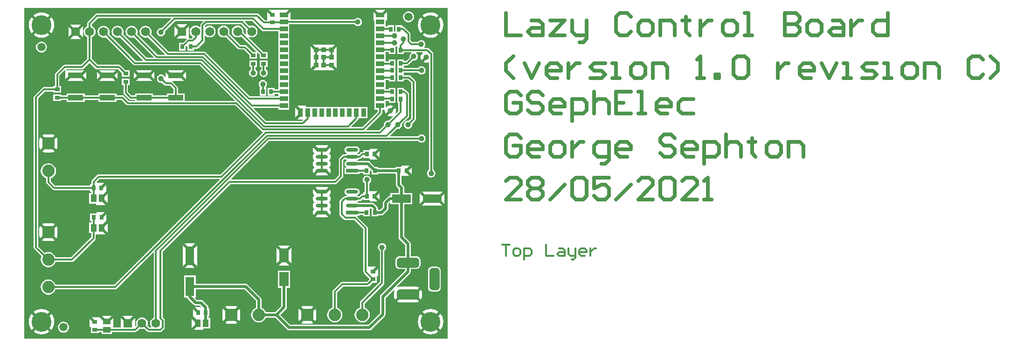
<source format=gtl>
G04 Layer_Physical_Order=1*
G04 Layer_Color=255*
%FSLAX42Y42*%
%MOMM*%
G71*
G01*
G75*
%ADD10C,1.50*%
%ADD11R,0.70X0.90*%
%ADD12O,2.20X0.70*%
%ADD13R,2.20X0.70*%
%ADD14R,2.75X1.00*%
%ADD15R,0.90X0.70*%
%ADD16R,1.75X2.65*%
%ADD17R,0.80X0.90*%
%ADD18R,1.10X1.40*%
%ADD19R,0.90X0.80*%
%ADD20R,1.40X1.10*%
%ADD21R,1.60X3.50*%
%ADD22R,3.50X1.60*%
%ADD23R,0.90X0.90*%
%ADD24R,1.50X0.90*%
%ADD25R,0.90X1.50*%
%ADD26R,0.90X0.90*%
%ADD27C,0.30*%
%ADD28C,0.50*%
%ADD29C,0.20*%
%ADD30C,0.70*%
%ADD31C,3.60*%
%ADD32C,1.65*%
%ADD33R,1.65X1.65*%
%ADD34C,2.25*%
G04:AMPARAMS|DCode=35|XSize=2.25mm|YSize=2.25mm|CornerRadius=0.56mm|HoleSize=0mm|Usage=FLASHONLY|Rotation=270.000|XOffset=0mm|YOffset=0mm|HoleType=Round|Shape=RoundedRectangle|*
%AMROUNDEDRECTD35*
21,1,2.25,1.13,0,0,270.0*
21,1,1.13,2.25,0,0,270.0*
1,1,1.13,-0.56,-0.56*
1,1,1.13,-0.56,0.56*
1,1,1.13,0.56,0.56*
1,1,1.13,0.56,-0.56*
%
%ADD35ROUNDEDRECTD35*%
%ADD36C,1.60*%
%ADD37R,1.60X1.60*%
G04:AMPARAMS|DCode=38|XSize=2.25mm|YSize=2.25mm|CornerRadius=0.56mm|HoleSize=0mm|Usage=FLASHONLY|Rotation=0.000|XOffset=0mm|YOffset=0mm|HoleType=Round|Shape=RoundedRectangle|*
%AMROUNDEDRECTD38*
21,1,2.25,1.13,0,0,0.0*
21,1,1.13,2.25,0,0,0.0*
1,1,1.13,0.56,-0.56*
1,1,1.13,-0.56,-0.56*
1,1,1.13,-0.56,0.56*
1,1,1.13,0.56,0.56*
%
%ADD38ROUNDEDRECTD38*%
G04:AMPARAMS|DCode=39|XSize=4mm|YSize=1.8mm|CornerRadius=0.45mm|HoleSize=0mm|Usage=FLASHONLY|Rotation=180.000|XOffset=0mm|YOffset=0mm|HoleType=Round|Shape=RoundedRectangle|*
%AMROUNDEDRECTD39*
21,1,4.00,0.90,0,0,180.0*
21,1,3.10,1.80,0,0,180.0*
1,1,0.90,-1.55,0.45*
1,1,0.90,1.55,0.45*
1,1,0.90,1.55,-0.45*
1,1,0.90,-1.55,-0.45*
%
%ADD39ROUNDEDRECTD39*%
G04:AMPARAMS|DCode=40|XSize=4mm|YSize=1.8mm|CornerRadius=0.45mm|HoleSize=0mm|Usage=FLASHONLY|Rotation=270.000|XOffset=0mm|YOffset=0mm|HoleType=Round|Shape=RoundedRectangle|*
%AMROUNDEDRECTD40*
21,1,4.00,0.90,0,0,270.0*
21,1,3.10,1.80,0,0,270.0*
1,1,0.90,-0.45,-1.55*
1,1,0.90,-0.45,1.55*
1,1,0.90,0.45,1.55*
1,1,0.90,0.45,-1.55*
%
%ADD40ROUNDEDRECTD40*%
%ADD41C,1.00*%
G36*
X7665Y0D02*
X0D01*
Y6000D01*
X7665D01*
Y0D01*
D02*
G37*
%LPC*%
G36*
X4705Y1425D02*
X4603Y1323D01*
X4807D01*
X4705Y1425D01*
D02*
G37*
G36*
X2865Y1690D02*
Y1310D01*
X2977Y1423D01*
X2995Y1405D01*
X3013Y1423D01*
X3125Y1310D01*
Y1690D01*
X3013Y1577D01*
X2995Y1595D01*
X2977Y1577D01*
X2865Y1690D01*
D02*
G37*
G36*
X4807Y1688D02*
X4603D01*
X4705Y1585D01*
X4807Y1688D01*
D02*
G37*
G36*
X4567Y1652D02*
Y1358D01*
X4687Y1478D01*
X4705Y1460D01*
X4723Y1478D01*
X4842Y1358D01*
Y1652D01*
X4723Y1532D01*
X4705Y1550D01*
X4687Y1532D01*
X4567Y1652D01*
D02*
G37*
G36*
X2995Y1370D02*
X2900Y1275D01*
X3090D01*
X2995Y1370D01*
D02*
G37*
G36*
X5181Y588D02*
X5069D01*
X5041Y585D01*
X5015Y574D01*
X5013Y572D01*
X5125Y460D01*
X5237Y572D01*
X5235Y574D01*
X5209Y585D01*
X5181Y588D01*
D02*
G37*
G36*
X3801Y588D02*
X3689D01*
X3661Y585D01*
X3635Y574D01*
X3633Y572D01*
X3745Y460D01*
X3857Y572D01*
X3855Y574D01*
X3829Y585D01*
X3801Y588D01*
D02*
G37*
G36*
X7480Y1301D02*
X7390D01*
X7372Y1298D01*
X7355Y1291D01*
X7340Y1280D01*
X7329Y1265D01*
X7322Y1248D01*
X7319Y1230D01*
Y920D01*
X7322Y902D01*
X7329Y885D01*
X7340Y870D01*
X7355Y859D01*
X7372Y852D01*
X7390Y849D01*
X7480D01*
X7498Y852D01*
X7515Y859D01*
X7530Y870D01*
X7541Y885D01*
X7548Y902D01*
X7551Y920D01*
Y1230D01*
X7548Y1248D01*
X7541Y1265D01*
X7530Y1280D01*
X7515Y1291D01*
X7498Y1298D01*
X7480Y1301D01*
D02*
G37*
G36*
X7193Y888D02*
X7100Y795D01*
X7193Y702D01*
X7203Y725D01*
X7206Y750D01*
Y840D01*
X7203Y865D01*
X7193Y888D01*
D02*
G37*
G36*
X7585Y2670D02*
X7205D01*
X7318Y2558D01*
X7300Y2540D01*
X7318Y2522D01*
X7205Y2410D01*
X7585D01*
X7472Y2522D01*
X7490Y2540D01*
X7472Y2558D01*
X7585Y2670D01*
D02*
G37*
G36*
X481Y2093D02*
X369D01*
X341Y2090D01*
X315Y2079D01*
X313Y2077D01*
X425Y1965D01*
X537Y2077D01*
X535Y2079D01*
X509Y2090D01*
X481Y2093D01*
D02*
G37*
G36*
X7170Y2635D02*
Y2445D01*
X7265Y2540D01*
X7170Y2635D01*
D02*
G37*
G36*
X7620Y2635D02*
X7525Y2540D01*
X7620Y2445D01*
Y2635D01*
D02*
G37*
G36*
X1500Y2095D02*
X1415Y2010D01*
X1500Y1925D01*
Y2095D01*
D02*
G37*
G36*
X425Y1895D02*
X313Y1783D01*
X315Y1781D01*
X341Y1770D01*
X369Y1767D01*
X481D01*
X509Y1770D01*
X535Y1781D01*
X537Y1783D01*
X425Y1895D01*
D02*
G37*
G36*
X3090Y1725D02*
X2900D01*
X2995Y1630D01*
X3090Y1725D01*
D02*
G37*
G36*
X278Y2042D02*
X276Y2040D01*
X265Y2014D01*
X262Y1986D01*
Y1874D01*
X265Y1846D01*
X276Y1820D01*
X278Y1818D01*
X390Y1930D01*
X278Y2042D01*
D02*
G37*
G36*
X572Y2042D02*
X460Y1930D01*
X572Y1818D01*
X574Y1820D01*
X585Y1846D01*
X588Y1874D01*
Y1986D01*
X585Y2014D01*
X574Y2040D01*
X572Y2042D01*
D02*
G37*
G36*
X300Y531D02*
X255Y527D01*
X212Y514D01*
X172Y492D01*
X156Y479D01*
X300Y335D01*
X444Y479D01*
X428Y492D01*
X388Y514D01*
X345Y527D01*
X300Y531D01*
D02*
G37*
G36*
X121Y444D02*
X108Y428D01*
X86Y388D01*
X73Y345D01*
X69Y300D01*
X73Y255D01*
X86Y212D01*
X108Y172D01*
X121Y156D01*
X265Y300D01*
X121Y444D01*
D02*
G37*
G36*
X7186Y444D02*
X7173Y428D01*
X7151Y388D01*
X7138Y345D01*
X7134Y300D01*
X7138Y255D01*
X7151Y212D01*
X7173Y172D01*
X7186Y156D01*
X7330Y300D01*
X7186Y444D01*
D02*
G37*
G36*
X3745Y390D02*
X3633Y278D01*
X3635Y276D01*
X3661Y265D01*
X3689Y262D01*
X3801D01*
X3829Y265D01*
X3855Y276D01*
X3857Y278D01*
X3745Y390D01*
D02*
G37*
G36*
X3030Y360D02*
Y190D01*
X3115Y275D01*
X3030Y360D01*
D02*
G37*
G36*
X479Y444D02*
X335Y300D01*
X479Y156D01*
X492Y172D01*
X514Y212D01*
X527Y255D01*
X531Y300D01*
X527Y345D01*
X514Y388D01*
X492Y428D01*
X479Y444D01*
D02*
G37*
G36*
X7365Y265D02*
X7221Y121D01*
X7237Y108D01*
X7277Y86D01*
X7320Y73D01*
X7365Y69D01*
X7410Y73D01*
X7453Y86D01*
X7493Y108D01*
X7509Y121D01*
X7365Y265D01*
D02*
G37*
G36*
X300Y265D02*
X156Y121D01*
X172Y108D01*
X212Y86D01*
X255Y73D01*
X300Y69D01*
X345Y73D01*
X388Y86D01*
X428Y108D01*
X444Y121D01*
X300Y265D01*
D02*
G37*
G36*
X7544Y444D02*
X7400Y300D01*
X7544Y156D01*
X7557Y172D01*
X7579Y212D01*
X7592Y255D01*
X7596Y300D01*
X7592Y345D01*
X7579Y388D01*
X7557Y428D01*
X7544Y444D01*
D02*
G37*
G36*
X700Y301D02*
X674Y297D01*
X650Y287D01*
X629Y271D01*
X613Y250D01*
X603Y226D01*
X599Y200D01*
X603Y174D01*
X613Y150D01*
X629Y129D01*
X650Y113D01*
X674Y103D01*
X700Y99D01*
X726Y103D01*
X750Y113D01*
X771Y129D01*
X787Y150D01*
X797Y174D01*
X801Y200D01*
X797Y226D01*
X787Y250D01*
X771Y271D01*
X750Y287D01*
X726Y297D01*
X700Y301D01*
D02*
G37*
G36*
X5272Y537D02*
X5160Y425D01*
X5272Y313D01*
X5274Y315D01*
X5285Y341D01*
X5288Y369D01*
Y481D01*
X5285Y509D01*
X5274Y535D01*
X5272Y537D01*
D02*
G37*
G36*
X4978Y537D02*
X4976Y535D01*
X4965Y509D01*
X4962Y481D01*
Y369D01*
X4965Y341D01*
X4976Y315D01*
X4978Y313D01*
X5090Y425D01*
X4978Y537D01*
D02*
G37*
G36*
X7365Y531D02*
X7320Y527D01*
X7277Y514D01*
X7237Y492D01*
X7221Y479D01*
X7365Y335D01*
X7509Y479D01*
X7493Y492D01*
X7453Y514D01*
X7410Y527D01*
X7365Y531D01*
D02*
G37*
G36*
X1570Y410D02*
X1400D01*
X1485Y325D01*
X1570Y410D01*
D02*
G37*
G36*
X3892Y537D02*
X3780Y425D01*
X3892Y313D01*
X3894Y315D01*
X3905Y341D01*
X3908Y369D01*
Y481D01*
X3905Y509D01*
X3894Y535D01*
X3892Y537D01*
D02*
G37*
G36*
X6485Y1731D02*
X6465Y1728D01*
X6447Y1721D01*
X6432Y1708D01*
X6419Y1693D01*
X6412Y1675D01*
X6409Y1655D01*
X6412Y1635D01*
X6419Y1617D01*
X6432Y1602D01*
X6444Y1592D01*
Y1022D01*
X6096Y674D01*
X6087Y661D01*
X6084Y645D01*
X6084Y645D01*
Y557D01*
X6056Y545D01*
X6027Y523D01*
X6005Y494D01*
X5991Y461D01*
X5986Y425D01*
X5991Y389D01*
X6005Y356D01*
X6027Y327D01*
X6056Y305D01*
X6089Y291D01*
X6125Y286D01*
X6161Y291D01*
X6194Y305D01*
X6223Y327D01*
X6245Y356D01*
X6259Y389D01*
X6264Y425D01*
X6259Y461D01*
X6245Y494D01*
X6223Y523D01*
X6194Y545D01*
X6166Y557D01*
Y628D01*
X6514Y976D01*
X6514Y976D01*
X6523Y989D01*
X6526Y1005D01*
Y1592D01*
X6538Y1602D01*
X6551Y1617D01*
X6558Y1635D01*
X6561Y1655D01*
X6558Y1675D01*
X6551Y1693D01*
X6538Y1708D01*
X6523Y1721D01*
X6505Y1728D01*
X6485Y1731D01*
D02*
G37*
G36*
X5125Y390D02*
X5013Y278D01*
X5015Y276D01*
X5041Y265D01*
X5069Y262D01*
X5181D01*
X5209Y265D01*
X5235Y276D01*
X5237Y278D01*
X5125Y390D01*
D02*
G37*
G36*
X3598Y537D02*
X3596Y535D01*
X3585Y509D01*
X3582Y481D01*
Y369D01*
X3585Y341D01*
X3596Y315D01*
X3598Y313D01*
X3710Y425D01*
X3598Y537D01*
D02*
G37*
G36*
X1966Y405D02*
X1776D01*
X1871Y310D01*
X1966Y405D01*
D02*
G37*
G36*
X1500Y2630D02*
X1415Y2545D01*
X1500Y2460D01*
Y2630D01*
D02*
G37*
G36*
X1052Y5675D02*
X955Y5578D01*
X1052Y5481D01*
Y5675D01*
D02*
G37*
G36*
X7365Y5665D02*
X7221Y5521D01*
X7237Y5508D01*
X7277Y5486D01*
X7320Y5473D01*
X7365Y5469D01*
X7410Y5473D01*
X7453Y5486D01*
X7493Y5508D01*
X7509Y5521D01*
X7365Y5665D01*
D02*
G37*
G36*
X2712Y5680D02*
Y5486D01*
X2810Y5583D01*
X2712Y5680D01*
D02*
G37*
G36*
X788Y5675D02*
Y5481D01*
X885Y5578D01*
X788Y5675D01*
D02*
G37*
G36*
X300Y5665D02*
X156Y5521D01*
X172Y5508D01*
X212Y5486D01*
X255Y5473D01*
X300Y5469D01*
X345Y5473D01*
X388Y5486D01*
X428Y5508D01*
X444Y5521D01*
X300Y5665D01*
D02*
G37*
G36*
X300Y5401D02*
X274Y5397D01*
X250Y5387D01*
X229Y5371D01*
X213Y5350D01*
X203Y5326D01*
X199Y5300D01*
X203Y5274D01*
X213Y5250D01*
X229Y5229D01*
X250Y5213D01*
X274Y5203D01*
X300Y5199D01*
X326Y5203D01*
X350Y5213D01*
X371Y5229D01*
X387Y5250D01*
X397Y5274D01*
X401Y5300D01*
X397Y5326D01*
X387Y5350D01*
X371Y5371D01*
X350Y5387D01*
X326Y5397D01*
X300Y5401D01*
D02*
G37*
G36*
X4405Y5055D02*
X4265D01*
Y4935D01*
X4294D01*
Y4893D01*
X4282Y4883D01*
X4269Y4868D01*
X4262Y4850D01*
X4259Y4830D01*
X4262Y4810D01*
X4269Y4792D01*
X4282Y4777D01*
X4297Y4764D01*
X4315Y4757D01*
X4335Y4754D01*
X4355Y4757D01*
X4373Y4764D01*
X4388Y4777D01*
X4401Y4792D01*
X4408Y4810D01*
X4411Y4830D01*
X4408Y4850D01*
X4401Y4868D01*
X4388Y4883D01*
X4376Y4893D01*
Y4935D01*
X4405D01*
Y5055D01*
D02*
G37*
G36*
X920Y5543D02*
X823Y5446D01*
X1017D01*
X920Y5543D01*
D02*
G37*
G36*
X5625Y5345D02*
X5225D01*
X5303Y5268D01*
X5267Y5232D01*
X5190Y5310D01*
Y5155D01*
Y5015D01*
Y4910D01*
X5267Y4988D01*
X5303Y4952D01*
X5225Y4875D01*
X5625D01*
X5547Y4952D01*
X5583Y4988D01*
X5660Y4910D01*
Y5015D01*
Y5155D01*
Y5310D01*
X5583Y5232D01*
X5547Y5268D01*
X5625Y5345D01*
D02*
G37*
G36*
X479Y5844D02*
X335Y5700D01*
X479Y5556D01*
X492Y5572D01*
X514Y5612D01*
X527Y5655D01*
X531Y5700D01*
X527Y5745D01*
X514Y5788D01*
X492Y5828D01*
X479Y5844D01*
D02*
G37*
G36*
X7365Y5931D02*
X7320Y5927D01*
X7277Y5914D01*
X7237Y5892D01*
X7221Y5879D01*
X7365Y5735D01*
X7509Y5879D01*
X7493Y5892D01*
X7453Y5914D01*
X7410Y5927D01*
X7365Y5931D01*
D02*
G37*
G36*
X300D02*
X255Y5927D01*
X212Y5914D01*
X172Y5892D01*
X156Y5879D01*
X300Y5735D01*
X444Y5879D01*
X428Y5892D01*
X388Y5914D01*
X345Y5927D01*
X300Y5931D01*
D02*
G37*
G36*
X6540Y5977D02*
X6360D01*
X6438Y5900D01*
X6402Y5864D01*
X6325Y5942D01*
Y5787D01*
X6350D01*
Y5685D01*
Y5558D01*
Y5431D01*
Y5304D01*
Y5177D01*
Y5050D01*
Y4923D01*
Y4796D01*
Y4669D01*
Y4542D01*
Y4415D01*
Y4288D01*
Y4161D01*
X6409D01*
Y4127D01*
X6123Y3841D01*
X5930D01*
X5925Y3853D01*
X6048Y3976D01*
X6048Y3976D01*
X6057Y3989D01*
X6060Y4004D01*
Y4006D01*
X6217D01*
Y4206D01*
X5099D01*
Y4231D01*
X4944D01*
X5021Y4154D01*
X4986Y4118D01*
X4908Y4196D01*
Y4016D01*
X4986Y4094D01*
X5021Y4058D01*
X4944Y3981D01*
X5042D01*
X5047Y3969D01*
X5028Y3951D01*
X4381D01*
X4154Y4178D01*
X4158Y4190D01*
X4600D01*
Y4161D01*
X4800D01*
Y4288D01*
Y4415D01*
Y4542D01*
Y4669D01*
Y4796D01*
Y4923D01*
Y5050D01*
Y5177D01*
Y5304D01*
Y5431D01*
Y5558D01*
Y5714D01*
X5982D01*
X5992Y5702D01*
X6007Y5689D01*
X6025Y5682D01*
X6045Y5679D01*
X6065Y5682D01*
X6083Y5689D01*
X6098Y5702D01*
X6111Y5717D01*
X6118Y5735D01*
X6121Y5755D01*
X6118Y5775D01*
X6111Y5793D01*
X6098Y5808D01*
X6083Y5821D01*
X6065Y5828D01*
X6045Y5831D01*
X6025Y5828D01*
X6007Y5821D01*
X5992Y5808D01*
X5982Y5796D01*
X4825D01*
Y5942D01*
X4748Y5864D01*
X4712Y5900D01*
X4790Y5977D01*
X4575D01*
Y5975D01*
X4430D01*
X4503Y5903D01*
X4467Y5867D01*
X4395Y5940D01*
Y5795D01*
X4387Y5786D01*
X4357D01*
X4244Y5899D01*
X4231Y5908D01*
X4215Y5911D01*
X4215Y5911D01*
X1310D01*
X1310Y5911D01*
X1294Y5908D01*
X1281Y5899D01*
X1145Y5763D01*
X1136Y5750D01*
X1133Y5734D01*
X1133Y5734D01*
Y5677D01*
X1120Y5672D01*
X1097Y5655D01*
X1080Y5632D01*
X1069Y5606D01*
X1066Y5578D01*
X1069Y5550D01*
X1080Y5524D01*
X1097Y5501D01*
X1120Y5484D01*
X1133Y5479D01*
Y5088D01*
X1021Y4976D01*
X720D01*
X704Y4973D01*
X691Y4964D01*
X691Y4964D01*
X556Y4829D01*
X547Y4816D01*
X544Y4800D01*
X544Y4800D01*
Y4590D01*
X515D01*
Y4571D01*
X345D01*
X329Y4568D01*
X316Y4559D01*
X316Y4559D01*
X171Y4414D01*
X162Y4401D01*
X159Y4385D01*
X159Y4385D01*
Y1655D01*
X159Y1655D01*
X162Y1639D01*
X171Y1626D01*
X303Y1494D01*
X291Y1466D01*
X286Y1430D01*
X291Y1394D01*
X305Y1361D01*
X327Y1332D01*
X356Y1310D01*
X389Y1296D01*
X425Y1291D01*
X461Y1296D01*
X494Y1310D01*
X523Y1332D01*
X545Y1361D01*
X557Y1389D01*
X855D01*
X855Y1389D01*
X871Y1392D01*
X884Y1401D01*
X1274Y1791D01*
X1274Y1791D01*
X1283Y1804D01*
X1286Y1820D01*
X1286Y1820D01*
Y1879D01*
X1290Y1890D01*
X1465D01*
X1377Y1977D01*
X1410Y2010D01*
X1377Y2043D01*
X1480Y2145D01*
Y2260D01*
X1408Y2187D01*
X1372Y2223D01*
X1445Y2295D01*
X1300D01*
Y2270D01*
X1185D01*
Y2130D01*
X1209D01*
Y2105D01*
X1165D01*
Y1915D01*
X1204D01*
Y1837D01*
X838Y1471D01*
X557D01*
X545Y1499D01*
X523Y1528D01*
X494Y1550D01*
X461Y1564D01*
X425Y1569D01*
X389Y1564D01*
X361Y1552D01*
X241Y1672D01*
Y4368D01*
X362Y4489D01*
X515D01*
Y4470D01*
X655D01*
Y4590D01*
X626D01*
Y4783D01*
X722Y4880D01*
X735Y4874D01*
X735Y4870D01*
Y4715D01*
X817Y4798D01*
X853Y4762D01*
X770Y4680D01*
X1075D01*
X992Y4762D01*
X1010Y4780D01*
X992Y4798D01*
X1075Y4880D01*
X754D01*
X747Y4893D01*
X748Y4894D01*
X1038D01*
X1038Y4894D01*
X1054Y4897D01*
X1067Y4906D01*
X1174Y5013D01*
X1281Y4906D01*
X1294Y4897D01*
X1310Y4894D01*
X1310Y4894D01*
X1693D01*
X1760Y4827D01*
Y4755D01*
X1900D01*
Y4875D01*
X1828D01*
X1739Y4964D01*
X1726Y4973D01*
X1710Y4976D01*
X1710Y4976D01*
X1327D01*
X1215Y5088D01*
Y5479D01*
X1228Y5484D01*
X1251Y5501D01*
X1268Y5524D01*
X1279Y5550D01*
X1282Y5578D01*
X1279Y5606D01*
X1268Y5632D01*
X1251Y5655D01*
X1228Y5672D01*
X1215Y5677D01*
Y5717D01*
X1327Y5829D01*
X2655D01*
X2660Y5817D01*
X2486Y5644D01*
X2470Y5646D01*
X2450Y5643D01*
X2432Y5636D01*
X2417Y5623D01*
X2404Y5608D01*
X2397Y5590D01*
X2394Y5570D01*
X2397Y5550D01*
X2404Y5532D01*
X2417Y5517D01*
X2432Y5504D01*
X2450Y5497D01*
X2470Y5494D01*
X2490Y5497D01*
X2508Y5504D01*
X2523Y5517D01*
X2536Y5532D01*
X2543Y5550D01*
X2546Y5570D01*
X2544Y5586D01*
X2732Y5774D01*
X3230D01*
X3235Y5762D01*
X3196Y5724D01*
X3187Y5711D01*
X3184Y5695D01*
X3184Y5695D01*
Y5668D01*
X3172Y5663D01*
X3153Y5677D01*
X3127Y5688D01*
X3099Y5691D01*
X3071Y5688D01*
X3045Y5677D01*
X3022Y5660D01*
X3005Y5637D01*
X2994Y5611D01*
X2991Y5583D01*
X2994Y5555D01*
X3005Y5529D01*
X3022Y5506D01*
X3044Y5490D01*
X3046Y5487D01*
X3048Y5476D01*
X3028Y5456D01*
X2977D01*
Y5680D01*
X2863Y5565D01*
X2748Y5451D01*
X2930D01*
X2935Y5438D01*
X2872Y5375D01*
X2800D01*
Y5235D01*
X2920D01*
Y5307D01*
X2938Y5326D01*
X2950Y5321D01*
Y5235D01*
X3070D01*
Y5264D01*
X3115D01*
X3115Y5264D01*
X3131Y5267D01*
X3144Y5276D01*
X3254Y5386D01*
X3254Y5386D01*
X3263Y5399D01*
X3266Y5415D01*
Y5501D01*
X3278Y5505D01*
X3299Y5489D01*
X3325Y5478D01*
X3353Y5475D01*
X3381Y5478D01*
X3407Y5489D01*
X3430Y5506D01*
X3447Y5529D01*
X3458Y5555D01*
X3461Y5583D01*
X3458Y5611D01*
X3447Y5637D01*
X3430Y5660D01*
X3407Y5677D01*
X3381Y5688D01*
X3353Y5691D01*
X3325Y5688D01*
X3299Y5677D01*
X3278Y5661D01*
X3266Y5665D01*
Y5678D01*
X3307Y5719D01*
X3921D01*
X4016Y5624D01*
X4010Y5611D01*
X4007Y5583D01*
X4010Y5555D01*
X4017Y5539D01*
X4006Y5531D01*
X3968Y5570D01*
X3969Y5583D01*
X3966Y5611D01*
X3955Y5637D01*
X3938Y5660D01*
X3915Y5677D01*
X3889Y5688D01*
X3861Y5691D01*
X3833Y5688D01*
X3807Y5677D01*
X3784Y5660D01*
X3767Y5637D01*
X3756Y5611D01*
X3753Y5583D01*
X3756Y5555D01*
X3767Y5529D01*
X3784Y5506D01*
X3807Y5489D01*
X3833Y5478D01*
X3861Y5475D01*
X3889Y5478D01*
X3915Y5489D01*
X3925Y5497D01*
X4205Y5218D01*
X4199Y5205D01*
X4143D01*
X4024Y5324D01*
X4011Y5333D01*
X3995Y5336D01*
X3995Y5336D01*
X3912D01*
X3706Y5542D01*
X3712Y5555D01*
X3715Y5583D01*
X3712Y5611D01*
X3701Y5637D01*
X3684Y5660D01*
X3661Y5677D01*
X3635Y5688D01*
X3607Y5691D01*
X3579Y5688D01*
X3553Y5677D01*
X3530Y5660D01*
X3513Y5637D01*
X3502Y5611D01*
X3499Y5583D01*
X3502Y5555D01*
X3513Y5529D01*
X3530Y5506D01*
X3553Y5489D01*
X3579Y5478D01*
X3607Y5475D01*
X3635Y5478D01*
X3648Y5484D01*
X3866Y5266D01*
X3879Y5257D01*
X3895Y5254D01*
X3895Y5254D01*
X3978D01*
X4075Y5157D01*
Y5085D01*
X4215D01*
Y5189D01*
X4228Y5195D01*
X4265Y5157D01*
Y5085D01*
X4405D01*
Y5205D01*
X4333D01*
X4063Y5474D01*
X4071Y5485D01*
X4087Y5478D01*
X4115Y5475D01*
X4143Y5478D01*
X4169Y5489D01*
X4192Y5506D01*
X4209Y5529D01*
X4220Y5555D01*
X4223Y5583D01*
X4220Y5611D01*
X4209Y5637D01*
X4192Y5660D01*
X4169Y5677D01*
X4143Y5688D01*
X4115Y5691D01*
X4087Y5688D01*
X4074Y5682D01*
X3993Y5762D01*
X3998Y5774D01*
X4128D01*
X4303Y5599D01*
X4316Y5590D01*
X4332Y5587D01*
X4600D01*
Y5431D01*
Y5304D01*
Y5177D01*
Y5050D01*
Y4923D01*
Y4796D01*
Y4669D01*
Y4526D01*
X4530D01*
Y4555D01*
X4410D01*
Y4415D01*
X4530D01*
Y4444D01*
X4600D01*
Y4399D01*
X4089D01*
X3286Y5202D01*
X3272Y5211D01*
X3257Y5214D01*
X3257Y5214D01*
X2612D01*
X2289Y5537D01*
X2295Y5550D01*
X2298Y5578D01*
X2295Y5606D01*
X2284Y5632D01*
X2267Y5655D01*
X2244Y5672D01*
X2218Y5683D01*
X2190Y5686D01*
X2162Y5683D01*
X2136Y5672D01*
X2113Y5655D01*
X2096Y5632D01*
X2085Y5606D01*
X2082Y5578D01*
X2085Y5550D01*
X2096Y5524D01*
X2113Y5501D01*
X2136Y5484D01*
X2162Y5473D01*
X2190Y5470D01*
X2218Y5473D01*
X2231Y5479D01*
X2539Y5171D01*
X2535Y5159D01*
X2413D01*
X2035Y5537D01*
X2041Y5550D01*
X2044Y5578D01*
X2041Y5606D01*
X2030Y5632D01*
X2013Y5655D01*
X1990Y5672D01*
X1964Y5683D01*
X1936Y5686D01*
X1908Y5683D01*
X1882Y5672D01*
X1859Y5655D01*
X1842Y5632D01*
X1831Y5606D01*
X1828Y5578D01*
X1831Y5550D01*
X1842Y5524D01*
X1859Y5501D01*
X1882Y5484D01*
X1908Y5473D01*
X1936Y5470D01*
X1964Y5473D01*
X1977Y5479D01*
X2340Y5116D01*
X2336Y5104D01*
X2214D01*
X1781Y5537D01*
X1787Y5550D01*
X1790Y5578D01*
X1787Y5606D01*
X1776Y5632D01*
X1759Y5655D01*
X1736Y5672D01*
X1710Y5683D01*
X1682Y5686D01*
X1654Y5683D01*
X1628Y5672D01*
X1605Y5655D01*
X1588Y5632D01*
X1577Y5606D01*
X1574Y5578D01*
X1577Y5550D01*
X1588Y5524D01*
X1605Y5501D01*
X1628Y5484D01*
X1654Y5473D01*
X1682Y5470D01*
X1710Y5473D01*
X1723Y5479D01*
X2141Y5061D01*
X2137Y5049D01*
X2015D01*
X1527Y5537D01*
X1533Y5550D01*
X1536Y5578D01*
X1533Y5606D01*
X1522Y5632D01*
X1505Y5655D01*
X1482Y5672D01*
X1456Y5683D01*
X1428Y5686D01*
X1400Y5683D01*
X1374Y5672D01*
X1351Y5655D01*
X1334Y5632D01*
X1323Y5606D01*
X1320Y5578D01*
X1323Y5550D01*
X1334Y5524D01*
X1351Y5501D01*
X1374Y5484D01*
X1400Y5473D01*
X1428Y5470D01*
X1456Y5473D01*
X1469Y5479D01*
X1969Y4979D01*
X1969Y4979D01*
X1982Y4971D01*
X1998Y4968D01*
X3171D01*
X3806Y4333D01*
X3802Y4321D01*
X2900D01*
Y4455D01*
X2778D01*
Y4553D01*
X2775Y4568D01*
X2766Y4581D01*
X2766Y4581D01*
X2681Y4666D01*
X2680Y4667D01*
X2684Y4680D01*
X2890D01*
X2807Y4762D01*
X2825Y4780D01*
X2807Y4798D01*
X2890Y4880D01*
X2585D01*
X2668Y4798D01*
X2632Y4762D01*
X2550Y4845D01*
Y4761D01*
X2537Y4759D01*
X2536Y4763D01*
X2523Y4778D01*
X2508Y4791D01*
X2490Y4798D01*
X2470Y4801D01*
X2450Y4798D01*
X2432Y4791D01*
X2417Y4778D01*
X2404Y4763D01*
X2397Y4745D01*
X2394Y4725D01*
X2397Y4705D01*
X2404Y4687D01*
X2417Y4672D01*
X2432Y4659D01*
X2450Y4652D01*
X2470Y4649D01*
X2486Y4651D01*
X2529Y4609D01*
X2529Y4609D01*
X2542Y4600D01*
X2558Y4597D01*
X2558Y4597D01*
X2636D01*
X2697Y4536D01*
Y4455D01*
X2575D01*
Y4421D01*
X2325D01*
Y4455D01*
X2000D01*
Y4421D01*
X1937D01*
X1871Y4487D01*
Y4605D01*
X1900D01*
Y4725D01*
X1760D01*
Y4605D01*
X1789D01*
Y4470D01*
X1789Y4470D01*
X1792Y4454D01*
X1801Y4441D01*
X1891Y4351D01*
X1891Y4351D01*
X1904Y4342D01*
X1920Y4339D01*
X2000D01*
Y4321D01*
X1887D01*
X1799Y4409D01*
X1786Y4418D01*
X1770Y4421D01*
X1770Y4421D01*
X1660D01*
Y4455D01*
X1335D01*
Y4421D01*
X1085D01*
Y4455D01*
X760D01*
Y4421D01*
X655D01*
Y4440D01*
X515D01*
Y4320D01*
X655D01*
Y4339D01*
X760D01*
Y4305D01*
X1085D01*
Y4339D01*
X1335D01*
Y4305D01*
X1660D01*
Y4339D01*
X1753D01*
X1841Y4251D01*
X1854Y4242D01*
X1870Y4239D01*
X1870Y4239D01*
X3822D01*
X4290Y3771D01*
X4290Y3771D01*
X4303Y3762D01*
X4316Y3760D01*
X4323Y3748D01*
X3555Y2981D01*
X1340D01*
X1324Y2978D01*
X1311Y2969D01*
X1311Y2969D01*
X1216Y2874D01*
X1207Y2861D01*
X1204Y2845D01*
X1204Y2845D01*
Y2805D01*
X1180D01*
Y2776D01*
X547D01*
X466Y2857D01*
Y2913D01*
X494Y2925D01*
X523Y2947D01*
X545Y2976D01*
X559Y3009D01*
X564Y3045D01*
X559Y3081D01*
X545Y3114D01*
X523Y3143D01*
X494Y3165D01*
X461Y3179D01*
X425Y3184D01*
X389Y3179D01*
X356Y3165D01*
X327Y3143D01*
X305Y3114D01*
X291Y3081D01*
X286Y3045D01*
X291Y3009D01*
X305Y2976D01*
X327Y2947D01*
X356Y2925D01*
X384Y2913D01*
Y2840D01*
X384Y2840D01*
X387Y2824D01*
X396Y2811D01*
X501Y2706D01*
X501Y2706D01*
X514Y2697D01*
X530Y2694D01*
X530Y2694D01*
X1180D01*
Y2665D01*
X1204D01*
Y2640D01*
X1165D01*
Y2450D01*
X1290D01*
Y2425D01*
X1465D01*
X1377Y2512D01*
X1410Y2545D01*
X1377Y2578D01*
X1475Y2675D01*
Y2795D01*
X1403Y2722D01*
X1367Y2758D01*
X1440Y2830D01*
X1306D01*
X1300Y2843D01*
X1357Y2899D01*
X3535D01*
X3540Y2887D01*
X1623Y971D01*
X557D01*
X545Y999D01*
X523Y1028D01*
X494Y1050D01*
X461Y1064D01*
X425Y1069D01*
X389Y1064D01*
X356Y1050D01*
X327Y1028D01*
X305Y999D01*
X291Y966D01*
X286Y930D01*
X291Y894D01*
X305Y861D01*
X327Y832D01*
X356Y810D01*
X389Y796D01*
X425Y791D01*
X461Y796D01*
X494Y810D01*
X523Y832D01*
X545Y861D01*
X557Y889D01*
X1640D01*
X1640Y889D01*
X1656Y892D01*
X1669Y901D01*
X2326Y1559D01*
X2338Y1554D01*
Y372D01*
X2326Y367D01*
X2304Y350D01*
X2287Y328D01*
X2277Y302D01*
X2273Y275D01*
X2277Y248D01*
X2287Y222D01*
X2298Y208D01*
X2291Y196D01*
X2262D01*
X2222Y235D01*
X2227Y248D01*
X2231Y275D01*
X2227Y302D01*
X2217Y328D01*
X2200Y350D01*
X2178Y367D01*
X2152Y377D01*
X2125Y381D01*
X2098Y377D01*
X2072Y367D01*
X2050Y350D01*
X2033Y328D01*
X2023Y302D01*
X2019Y275D01*
X2023Y248D01*
X2028Y235D01*
X2013Y220D01*
X2001Y225D01*
Y370D01*
X1889Y257D01*
X1871Y275D01*
X1853Y257D01*
X1741Y370D01*
Y196D01*
X1616D01*
X1605Y200D01*
Y375D01*
X1518Y287D01*
X1485Y320D01*
X1452Y287D01*
X1355Y385D01*
X1210D01*
X1283Y313D01*
X1247Y277D01*
X1175Y350D01*
Y205D01*
X1200D01*
Y90D01*
X1340D01*
Y114D01*
X1390D01*
Y75D01*
X1580D01*
Y114D01*
X2005D01*
X2005Y114D01*
X2021Y117D01*
X2034Y126D01*
X2085Y178D01*
X2098Y173D01*
X2125Y169D01*
X2152Y173D01*
X2165Y178D01*
X2216Y126D01*
X2216Y126D01*
X2229Y117D01*
X2245Y114D01*
X2460D01*
X2460Y114D01*
X2476Y117D01*
X2489Y126D01*
X2528Y165D01*
X2537Y178D01*
X2540Y194D01*
X2540Y194D01*
Y325D01*
X2540Y325D01*
X2537Y340D01*
X2528Y354D01*
X2501Y381D01*
Y1578D01*
X3727Y2804D01*
X5635D01*
X5635Y2804D01*
X5651Y2807D01*
X5664Y2816D01*
X5769Y2921D01*
X5778Y2934D01*
X5781Y2950D01*
X5781Y2950D01*
Y3233D01*
X5809Y3261D01*
X5822Y3260D01*
X5842Y3247D01*
X5844Y3246D01*
Y3234D01*
X5842Y3233D01*
X5822Y3220D01*
X5808Y3200D01*
X5804Y3176D01*
X5808Y3153D01*
X5822Y3133D01*
X5838Y3122D01*
X5834Y3109D01*
X5805D01*
Y2990D01*
X6075D01*
Y3009D01*
X6145D01*
Y2980D01*
X6265D01*
Y3052D01*
X6277Y3057D01*
X6295Y3039D01*
Y2980D01*
X6415D01*
Y2999D01*
X6725D01*
Y2980D01*
X6739D01*
Y2785D01*
X6743Y2765D01*
X6754Y2749D01*
X6784Y2719D01*
Y2645D01*
X6635D01*
Y2591D01*
X6625D01*
X6605Y2587D01*
X6589Y2576D01*
X6514Y2501D01*
X6503Y2485D01*
X6499Y2465D01*
Y2386D01*
X6449Y2336D01*
X6415D01*
Y2355D01*
X6406D01*
Y2365D01*
X6402Y2385D01*
X6391Y2401D01*
X6345Y2448D01*
X6328Y2459D01*
X6308Y2462D01*
X6047D01*
X6038Y2468D01*
X6036Y2469D01*
Y2481D01*
X6038Y2482D01*
X6058Y2495D01*
X6060Y2498D01*
X6083D01*
X6083Y2498D01*
X6099Y2501D01*
X6112Y2510D01*
X6133Y2531D01*
X6145Y2526D01*
Y2515D01*
X6260D01*
Y2490D01*
X6405D01*
X6332Y2562D01*
X6355Y2585D01*
X6332Y2608D01*
X6405Y2680D01*
X6260D01*
X6251Y2688D01*
Y2822D01*
X6263Y2832D01*
X6276Y2847D01*
X6283Y2865D01*
X6286Y2885D01*
X6283Y2905D01*
X6276Y2923D01*
X6263Y2938D01*
X6248Y2951D01*
X6230Y2958D01*
X6210Y2961D01*
X6190Y2958D01*
X6172Y2951D01*
X6157Y2938D01*
X6144Y2923D01*
X6137Y2905D01*
X6134Y2885D01*
X6137Y2865D01*
X6144Y2847D01*
X6157Y2832D01*
X6169Y2822D01*
Y2655D01*
X6145D01*
Y2626D01*
X6130D01*
X6130Y2626D01*
X6114Y2623D01*
X6101Y2614D01*
X6071Y2584D01*
X6058Y2582D01*
X6038Y2595D01*
X6036Y2596D01*
Y2608D01*
X6038Y2609D01*
X6058Y2622D01*
X6072Y2642D01*
X6076Y2666D01*
X6072Y2689D01*
X6058Y2709D01*
X6038Y2722D01*
X6015Y2727D01*
X5865D01*
X5842Y2722D01*
X5822Y2709D01*
X5808Y2689D01*
X5804Y2666D01*
X5808Y2642D01*
X5822Y2622D01*
X5842Y2609D01*
X5844Y2608D01*
Y2596D01*
X5842Y2595D01*
X5822Y2582D01*
X5820Y2579D01*
X5804D01*
X5803Y2579D01*
X5788Y2576D01*
X5775Y2567D01*
X5775Y2567D01*
X5721Y2514D01*
X5712Y2501D01*
X5709Y2485D01*
X5709Y2485D01*
Y2260D01*
X5709Y2260D01*
X5712Y2244D01*
X5721Y2231D01*
X5791Y2161D01*
X5791Y2161D01*
X5804Y2152D01*
X5820Y2149D01*
X5820Y2149D01*
X5983D01*
X6144Y1988D01*
Y1208D01*
X6144Y1208D01*
X6147Y1193D01*
X6156Y1180D01*
X6250Y1086D01*
Y1064D01*
X6207Y1021D01*
X5760D01*
X5744Y1018D01*
X5731Y1009D01*
X5731Y1009D01*
X5596Y874D01*
X5587Y861D01*
X5584Y845D01*
X5584Y845D01*
Y557D01*
X5556Y545D01*
X5527Y523D01*
X5505Y494D01*
X5491Y461D01*
X5486Y425D01*
X5491Y389D01*
X5505Y356D01*
X5527Y327D01*
X5556Y305D01*
X5589Y291D01*
X5625Y286D01*
X5661Y291D01*
X5694Y305D01*
X5723Y327D01*
X5745Y356D01*
X5759Y389D01*
X5764Y425D01*
X5759Y461D01*
X5745Y494D01*
X5723Y523D01*
X5694Y545D01*
X5666Y557D01*
Y828D01*
X5777Y939D01*
X6223D01*
X6223Y939D01*
X6239Y942D01*
X6252Y951D01*
X6311Y1010D01*
X6390D01*
Y1125D01*
X6415D01*
Y1270D01*
X6343Y1197D01*
X6307Y1233D01*
X6380Y1305D01*
X6226D01*
Y2005D01*
X6223Y2021D01*
X6214Y2034D01*
X6214Y2034D01*
X6036Y2212D01*
X6041Y2225D01*
X6075D01*
Y2244D01*
X6145D01*
Y2215D01*
X6265D01*
Y2348D01*
X6265Y2355D01*
X6275Y2361D01*
X6285D01*
X6295Y2351D01*
Y2215D01*
X6415D01*
Y2234D01*
X6470D01*
X6490Y2238D01*
X6506Y2249D01*
X6586Y2329D01*
X6597Y2345D01*
X6601Y2365D01*
Y2444D01*
X6623Y2466D01*
X6635Y2461D01*
Y2435D01*
X6784D01*
Y1835D01*
X6788Y1815D01*
X6799Y1799D01*
X6904Y1694D01*
Y1491D01*
X6800D01*
X6782Y1488D01*
X6765Y1481D01*
X6750Y1470D01*
X6739Y1455D01*
X6732Y1438D01*
X6729Y1420D01*
Y1330D01*
X6732Y1312D01*
X6739Y1295D01*
X6750Y1280D01*
X6765Y1269D01*
X6782Y1262D01*
X6800Y1259D01*
X6904D01*
Y1231D01*
X6459Y786D01*
X6448Y770D01*
X6444Y750D01*
Y456D01*
X6234Y246D01*
X4816D01*
X4637Y425D01*
X4741Y529D01*
X4752Y545D01*
X4756Y565D01*
Y918D01*
X4817D01*
Y1232D01*
X4592D01*
Y918D01*
X4654D01*
Y586D01*
X4544Y476D01*
X4373D01*
X4365Y494D01*
X4343Y523D01*
X4314Y545D01*
X4296Y553D01*
Y705D01*
X4292Y725D01*
X4281Y741D01*
X4046Y976D01*
X4030Y987D01*
X4010Y991D01*
X3100D01*
Y1140D01*
X2890D01*
Y740D01*
X2946D01*
X2948Y730D01*
X2959Y714D01*
X3064Y609D01*
X3080Y598D01*
X3100Y594D01*
X3179D01*
X3196Y577D01*
X3191Y565D01*
X3090D01*
X3163Y493D01*
X3127Y457D01*
X3055Y530D01*
Y405D01*
X3153Y308D01*
X3120Y275D01*
X3153Y242D01*
X3065Y155D01*
X3240D01*
Y180D01*
X3365D01*
Y370D01*
X3336D01*
Y400D01*
X3350D01*
Y540D01*
X3336D01*
Y560D01*
X3332Y580D01*
X3321Y596D01*
X3236Y681D01*
X3220Y692D01*
X3200Y696D01*
X3121D01*
X3089Y728D01*
X3094Y740D01*
X3100D01*
Y889D01*
X3989D01*
X4194Y684D01*
Y553D01*
X4176Y545D01*
X4147Y523D01*
X4125Y494D01*
X4111Y461D01*
X4106Y425D01*
X4111Y389D01*
X4125Y356D01*
X4147Y327D01*
X4176Y305D01*
X4209Y291D01*
X4245Y286D01*
X4281Y291D01*
X4314Y305D01*
X4343Y327D01*
X4365Y356D01*
X4373Y374D01*
X4544D01*
X4759Y159D01*
X4775Y148D01*
X4795Y144D01*
X6255D01*
X6275Y148D01*
X6291Y159D01*
X6531Y399D01*
X6542Y415D01*
X6546Y435D01*
Y729D01*
X6702Y885D01*
X6713Y878D01*
X6707Y865D01*
X6704Y840D01*
Y750D01*
X6707Y725D01*
X6717Y702D01*
X6827Y813D01*
X6863Y777D01*
X6752Y667D01*
X6775Y657D01*
X6800Y654D01*
X7110D01*
X7135Y657D01*
X7158Y667D01*
X7047Y777D01*
X7065Y795D01*
X7047Y813D01*
X7158Y923D01*
X7135Y933D01*
X7110Y936D01*
X6800D01*
X6775Y933D01*
X6762Y927D01*
X6755Y938D01*
X6991Y1174D01*
X7002Y1190D01*
X7006Y1210D01*
Y1259D01*
X7110D01*
X7128Y1262D01*
X7145Y1269D01*
X7160Y1280D01*
X7171Y1295D01*
X7178Y1312D01*
X7181Y1330D01*
Y1420D01*
X7178Y1438D01*
X7171Y1455D01*
X7160Y1470D01*
X7145Y1481D01*
X7128Y1488D01*
X7110Y1491D01*
X7006D01*
Y1715D01*
X7002Y1735D01*
X6991Y1751D01*
X6886Y1856D01*
Y2435D01*
X7035D01*
Y2645D01*
X6886D01*
Y2740D01*
X6882Y2760D01*
X6871Y2776D01*
X6841Y2806D01*
Y2955D01*
X6985D01*
X6912Y3027D01*
X6935Y3050D01*
X6912Y3073D01*
X6985Y3145D01*
X6840D01*
Y3120D01*
X6725D01*
Y3101D01*
X6415D01*
Y3120D01*
X6358D01*
X6265Y3213D01*
X6249Y3224D01*
X6229Y3227D01*
X6047D01*
X6038Y3233D01*
X6036Y3234D01*
Y3246D01*
X6038Y3247D01*
X6058Y3260D01*
X6060Y3263D01*
X6078D01*
X6078Y3263D01*
X6094Y3266D01*
X6107Y3275D01*
X6132Y3300D01*
X6145Y3294D01*
Y3280D01*
X6260D01*
Y3255D01*
X6405D01*
X6332Y3327D01*
X6355Y3350D01*
X6332Y3373D01*
X6405Y3445D01*
X6260D01*
Y3420D01*
X6145D01*
Y3391D01*
X6125D01*
X6125Y3391D01*
X6109Y3388D01*
X6096Y3379D01*
X6070Y3352D01*
X6058Y3347D01*
X6038Y3360D01*
X6036Y3361D01*
Y3373D01*
X6038Y3374D01*
X6058Y3387D01*
X6072Y3407D01*
X6076Y3431D01*
X6072Y3454D01*
X6058Y3474D01*
X6038Y3487D01*
X6015Y3492D01*
X5865D01*
X5842Y3487D01*
X5822Y3474D01*
X5808Y3454D01*
X5804Y3431D01*
X5808Y3407D01*
X5822Y3387D01*
X5842Y3374D01*
X5844Y3373D01*
Y3361D01*
X5842Y3360D01*
X5822Y3347D01*
X5820Y3344D01*
X5794D01*
X5794Y3344D01*
X5778Y3341D01*
X5765Y3332D01*
X5765Y3332D01*
X5711Y3279D01*
X5702Y3266D01*
X5699Y3250D01*
X5699Y3250D01*
Y2967D01*
X5618Y2886D01*
X3748D01*
X3743Y2898D01*
X4435Y3589D01*
X7141D01*
X7147Y3582D01*
X7162Y3569D01*
X7180Y3562D01*
X7200Y3559D01*
X7220Y3562D01*
X7238Y3569D01*
X7253Y3582D01*
X7266Y3597D01*
X7273Y3615D01*
X7276Y3635D01*
X7273Y3655D01*
X7266Y3673D01*
X7253Y3688D01*
X7238Y3701D01*
X7220Y3708D01*
X7200Y3711D01*
X7180Y3708D01*
X7162Y3701D01*
X7147Y3688D01*
X7134Y3673D01*
X7134Y3671D01*
X6630D01*
X6625Y3683D01*
X6754Y3811D01*
X6770Y3809D01*
X6790Y3812D01*
X6808Y3819D01*
X6823Y3832D01*
X6836Y3847D01*
X6843Y3865D01*
X6846Y3885D01*
X6844Y3901D01*
X6964Y4021D01*
X6964Y4021D01*
X6973Y4034D01*
X6976Y4050D01*
Y4440D01*
X6976Y4440D01*
X6973Y4456D01*
X6964Y4469D01*
X6964Y4469D01*
X6919Y4514D01*
X6906Y4523D01*
X6890Y4526D01*
X6880Y4533D01*
Y4555D01*
X6760D01*
Y4415D01*
Y4285D01*
X6779D01*
Y4132D01*
X6736Y4088D01*
X6725Y4095D01*
X6732Y4114D01*
X6736Y4140D01*
X6732Y4166D01*
X6722Y4190D01*
X6722Y4191D01*
X6653Y4122D01*
X6584Y4053D01*
X6585Y4053D01*
X6609Y4043D01*
X6635Y4039D01*
X6661Y4043D01*
X6680Y4050D01*
X6687Y4039D01*
X6606Y3959D01*
X6590Y3961D01*
X6570Y3958D01*
X6552Y3951D01*
X6537Y3938D01*
X6524Y3923D01*
X6517Y3905D01*
X6514Y3885D01*
X6516Y3869D01*
X6428Y3781D01*
X6195D01*
X6190Y3793D01*
X6479Y4081D01*
X6479Y4081D01*
X6488Y4094D01*
X6491Y4110D01*
Y4161D01*
X6527D01*
X6536Y4151D01*
X6534Y4140D01*
X6538Y4114D01*
X6548Y4090D01*
X6548Y4089D01*
X6617Y4158D01*
X6686Y4227D01*
X6685Y4227D01*
X6661Y4237D01*
X6635Y4241D01*
X6609Y4237D01*
X6585Y4227D01*
X6564Y4211D01*
X6562Y4209D01*
X6550Y4213D01*
Y4317D01*
X6610D01*
Y4285D01*
X6730D01*
Y4415D01*
Y4555D01*
X6610D01*
Y4526D01*
X6550D01*
Y4698D01*
X6610D01*
Y4675D01*
X6730D01*
Y4805D01*
Y4935D01*
Y5075D01*
X6610D01*
Y5034D01*
X6550D01*
Y5206D01*
X6610D01*
Y5175D01*
X6730D01*
Y5303D01*
X6744Y5308D01*
X6747Y5311D01*
X6760Y5305D01*
Y5175D01*
X6880D01*
Y5204D01*
X7013D01*
X7017Y5192D01*
X7007Y5183D01*
X6994Y5168D01*
X6987Y5150D01*
X6984Y5130D01*
X6986Y5114D01*
X6918Y5046D01*
X6880D01*
Y5075D01*
X6760D01*
Y4935D01*
Y4805D01*
Y4675D01*
X6880D01*
Y4704D01*
X6958D01*
X7014Y4648D01*
Y4002D01*
X6971Y3959D01*
X6955Y3961D01*
X6935Y3958D01*
X6917Y3951D01*
X6902Y3938D01*
X6889Y3923D01*
X6882Y3905D01*
X6879Y3885D01*
X6882Y3865D01*
X6889Y3847D01*
X6902Y3832D01*
X6917Y3819D01*
X6935Y3812D01*
X6955Y3809D01*
X6975Y3812D01*
X6993Y3819D01*
X7008Y3832D01*
X7021Y3847D01*
X7028Y3865D01*
X7031Y3885D01*
X7029Y3901D01*
X7084Y3956D01*
X7084Y3956D01*
X7093Y3969D01*
X7096Y3985D01*
Y4665D01*
X7093Y4681D01*
X7084Y4694D01*
X7004Y4774D01*
X6991Y4783D01*
X6975Y4786D01*
X6975Y4786D01*
X6880D01*
Y4834D01*
X7137D01*
X7147Y4822D01*
X7162Y4809D01*
X7180Y4802D01*
X7200Y4799D01*
X7220Y4802D01*
X7238Y4809D01*
X7253Y4822D01*
X7266Y4837D01*
X7273Y4855D01*
X7276Y4875D01*
X7273Y4895D01*
X7266Y4913D01*
X7253Y4928D01*
X7238Y4941D01*
X7220Y4948D01*
X7200Y4951D01*
X7180Y4948D01*
X7162Y4941D01*
X7147Y4928D01*
X7137Y4916D01*
X6880D01*
Y4964D01*
X6935D01*
X6935Y4964D01*
X6951Y4967D01*
X6964Y4976D01*
X7044Y5056D01*
X7060Y5054D01*
X7080Y5057D01*
X7098Y5064D01*
X7113Y5077D01*
X7126Y5092D01*
X7133Y5110D01*
X7136Y5130D01*
X7133Y5150D01*
X7126Y5168D01*
X7113Y5183D01*
X7103Y5192D01*
X7107Y5204D01*
X7216D01*
X7220Y5192D01*
X7214Y5186D01*
X7198Y5165D01*
X7188Y5141D01*
X7184Y5115D01*
X7188Y5089D01*
X7198Y5065D01*
X7198Y5064D01*
X7267Y5133D01*
X7303Y5097D01*
X7234Y5028D01*
X7235Y5028D01*
X7259Y5018D01*
X7285Y5014D01*
X7311Y5018D01*
X7324Y5023D01*
X7334Y5016D01*
Y3063D01*
X7322Y3053D01*
X7309Y3038D01*
X7302Y3020D01*
X7299Y3000D01*
X7302Y2980D01*
X7309Y2962D01*
X7322Y2947D01*
X7337Y2934D01*
X7355Y2927D01*
X7375Y2924D01*
X7395Y2927D01*
X7413Y2934D01*
X7428Y2947D01*
X7441Y2962D01*
X7448Y2980D01*
X7451Y3000D01*
X7448Y3020D01*
X7441Y3038D01*
X7428Y3053D01*
X7416Y3063D01*
Y5175D01*
X7416Y5175D01*
X7413Y5191D01*
X7404Y5204D01*
X7404Y5204D01*
X7334Y5274D01*
X7321Y5283D01*
X7305Y5286D01*
X7305Y5286D01*
X7253D01*
X7250Y5298D01*
X7261Y5312D01*
X7268Y5330D01*
X7271Y5350D01*
X7268Y5370D01*
X7261Y5388D01*
X7248Y5403D01*
X7233Y5416D01*
X7215Y5423D01*
X7195Y5426D01*
X7175Y5423D01*
X7157Y5416D01*
X7142Y5403D01*
X7132Y5391D01*
X7032D01*
X7001Y5422D01*
Y5535D01*
X6998Y5551D01*
X6989Y5564D01*
X6989Y5564D01*
X6894Y5659D01*
X6881Y5668D01*
X6865Y5671D01*
X6865Y5671D01*
X6850D01*
Y5695D01*
X6730D01*
Y5585D01*
X6717Y5575D01*
X6706Y5577D01*
X6700Y5582D01*
Y5695D01*
X6580D01*
Y5669D01*
X6550D01*
Y5787D01*
X6575D01*
Y5942D01*
X6498Y5864D01*
X6462Y5900D01*
X6540Y5977D01*
D02*
G37*
G36*
X6965Y5951D02*
X6939Y5947D01*
X6915Y5937D01*
X6894Y5921D01*
X6878Y5900D01*
X6868Y5876D01*
X6864Y5850D01*
X6868Y5824D01*
X6878Y5800D01*
X6894Y5779D01*
X6915Y5763D01*
X6939Y5753D01*
X6965Y5749D01*
X6991Y5753D01*
X7015Y5763D01*
X7036Y5779D01*
X7052Y5800D01*
X7062Y5824D01*
X7066Y5850D01*
X7062Y5876D01*
X7052Y5900D01*
X7036Y5921D01*
X7015Y5937D01*
X6991Y5947D01*
X6965Y5951D01*
D02*
G37*
G36*
X2942Y5715D02*
X2748D01*
X2845Y5618D01*
X2942Y5715D01*
D02*
G37*
G36*
X7544Y5844D02*
X7400Y5700D01*
X7544Y5556D01*
X7557Y5572D01*
X7579Y5612D01*
X7592Y5655D01*
X7596Y5700D01*
X7592Y5745D01*
X7579Y5788D01*
X7557Y5828D01*
X7544Y5844D01*
D02*
G37*
G36*
X7186Y5844D02*
X7173Y5828D01*
X7151Y5788D01*
X7138Y5745D01*
X7134Y5700D01*
X7138Y5655D01*
X7151Y5612D01*
X7173Y5572D01*
X7186Y5556D01*
X7330Y5700D01*
X7186Y5844D01*
D02*
G37*
G36*
X1017Y5710D02*
X823D01*
X920Y5613D01*
X1017Y5710D01*
D02*
G37*
G36*
X121Y5844D02*
X108Y5828D01*
X86Y5788D01*
X73Y5745D01*
X69Y5700D01*
X73Y5655D01*
X86Y5612D01*
X108Y5572D01*
X121Y5556D01*
X265Y5700D01*
X121Y5844D01*
D02*
G37*
G36*
X278Y3657D02*
X276Y3655D01*
X265Y3629D01*
X262Y3601D01*
Y3489D01*
X265Y3461D01*
X276Y3435D01*
X278Y3433D01*
X390Y3545D01*
X278Y3657D01*
D02*
G37*
G36*
X5465Y3516D02*
X5315D01*
X5293Y3513D01*
X5275Y3506D01*
X5333Y3448D01*
X5297Y3413D01*
X5240Y3471D01*
X5232Y3453D01*
X5229Y3431D01*
X5232Y3408D01*
X5241Y3388D01*
X5254Y3370D01*
Y3364D01*
X5241Y3346D01*
X5232Y3326D01*
X5229Y3303D01*
X5232Y3281D01*
X5241Y3261D01*
X5254Y3243D01*
Y3237D01*
X5241Y3219D01*
X5232Y3199D01*
X5229Y3176D01*
X5232Y3154D01*
X5241Y3134D01*
X5254Y3116D01*
Y3110D01*
X5241Y3092D01*
X5232Y3072D01*
X5229Y3050D01*
X5232Y3027D01*
X5240Y3009D01*
X5297Y3067D01*
X5333Y3032D01*
X5275Y2974D01*
X5293Y2967D01*
X5315Y2964D01*
X5465D01*
X5487Y2967D01*
X5505Y2974D01*
X5447Y3032D01*
X5483Y3067D01*
X5540Y3009D01*
X5548Y3027D01*
X5551Y3050D01*
X5548Y3072D01*
X5539Y3092D01*
X5526Y3110D01*
Y3116D01*
X5539Y3134D01*
X5548Y3154D01*
X5551Y3176D01*
X5548Y3199D01*
X5539Y3219D01*
X5526Y3237D01*
Y3243D01*
X5539Y3261D01*
X5548Y3281D01*
X5551Y3303D01*
X5548Y3326D01*
X5539Y3346D01*
X5526Y3364D01*
Y3370D01*
X5539Y3388D01*
X5548Y3408D01*
X5551Y3431D01*
X5548Y3453D01*
X5540Y3471D01*
X5483Y3413D01*
X5447Y3448D01*
X5505Y3506D01*
X5487Y3513D01*
X5465Y3516D01*
D02*
G37*
G36*
X481Y3708D02*
X369D01*
X341Y3705D01*
X315Y3694D01*
X313Y3692D01*
X425Y3580D01*
X537Y3692D01*
X535Y3694D01*
X509Y3705D01*
X481Y3708D01*
D02*
G37*
G36*
X572Y3657D02*
X460Y3545D01*
X572Y3433D01*
X574Y3435D01*
X585Y3461D01*
X588Y3489D01*
Y3601D01*
X585Y3629D01*
X574Y3655D01*
X572Y3657D01*
D02*
G37*
G36*
X425Y3510D02*
X313Y3398D01*
X315Y3396D01*
X341Y3385D01*
X369Y3382D01*
X481D01*
X509Y3385D01*
X535Y3396D01*
X537Y3398D01*
X425Y3510D01*
D02*
G37*
G36*
X5465Y2751D02*
X5315D01*
X5293Y2748D01*
X5275Y2741D01*
X5333Y2683D01*
X5297Y2648D01*
X5240Y2706D01*
X5232Y2688D01*
X5229Y2666D01*
X5232Y2643D01*
X5241Y2623D01*
X5249Y2611D01*
X5253Y2602D01*
X5249Y2593D01*
X5241Y2581D01*
X5232Y2561D01*
X5229Y2539D01*
X5232Y2516D01*
X5241Y2496D01*
X5249Y2484D01*
X5253Y2475D01*
X5249Y2466D01*
X5241Y2454D01*
X5232Y2434D01*
X5229Y2411D01*
X5232Y2389D01*
X5241Y2369D01*
X5249Y2357D01*
X5253Y2348D01*
X5249Y2339D01*
X5241Y2327D01*
X5232Y2307D01*
X5229Y2284D01*
X5232Y2262D01*
X5240Y2244D01*
X5297Y2302D01*
X5333Y2267D01*
X5275Y2209D01*
X5293Y2202D01*
X5315Y2199D01*
X5465D01*
X5487Y2202D01*
X5505Y2209D01*
X5447Y2267D01*
X5483Y2302D01*
X5540Y2244D01*
X5548Y2262D01*
X5551Y2284D01*
X5548Y2307D01*
X5539Y2327D01*
X5531Y2339D01*
X5527Y2348D01*
X5531Y2357D01*
X5539Y2369D01*
X5548Y2389D01*
X5551Y2411D01*
X5548Y2434D01*
X5539Y2454D01*
X5531Y2466D01*
X5527Y2475D01*
X5531Y2484D01*
X5539Y2496D01*
X5548Y2516D01*
X5551Y2539D01*
X5548Y2561D01*
X5539Y2581D01*
X5531Y2593D01*
X5527Y2602D01*
X5531Y2611D01*
X5539Y2623D01*
X5548Y2643D01*
X5551Y2666D01*
X5548Y2688D01*
X5540Y2706D01*
X5483Y2648D01*
X5447Y2683D01*
X5505Y2741D01*
X5487Y2748D01*
X5465Y2751D01*
D02*
G37*
G36*
X6440Y2645D02*
X6380Y2585D01*
X6440Y2525D01*
Y2645D01*
D02*
G37*
G36*
Y3410D02*
X6380Y3350D01*
X6440Y3290D01*
Y3410D01*
D02*
G37*
G36*
X7020Y3110D02*
X6960Y3050D01*
X7020Y2990D01*
Y3110D01*
D02*
G37*
G36*
X4320Y4701D02*
X4300Y4698D01*
X4282Y4691D01*
X4267Y4678D01*
X4254Y4663D01*
X4247Y4645D01*
X4244Y4625D01*
X4247Y4605D01*
X4254Y4587D01*
X4267Y4572D01*
X4271Y4568D01*
X4267Y4555D01*
X4260D01*
Y4415D01*
X4380D01*
Y4555D01*
X4373D01*
X4369Y4568D01*
X4373Y4572D01*
X4386Y4587D01*
X4393Y4605D01*
X4396Y4625D01*
X4393Y4645D01*
X4386Y4663D01*
X4373Y4678D01*
X4358Y4691D01*
X4340Y4698D01*
X4320Y4701D01*
D02*
G37*
G36*
X2925Y4845D02*
X2860Y4780D01*
X2925Y4715D01*
Y4845D01*
D02*
G37*
G36*
X1685D02*
X1620Y4780D01*
X1685Y4715D01*
Y4845D01*
D02*
G37*
G36*
X4215Y5055D02*
X4075D01*
Y4935D01*
X4104D01*
Y4893D01*
X4092Y4883D01*
X4079Y4868D01*
X4072Y4850D01*
X4069Y4830D01*
X4072Y4810D01*
X4079Y4792D01*
X4092Y4777D01*
X4107Y4764D01*
X4125Y4757D01*
X4145Y4754D01*
X4165Y4757D01*
X4183Y4764D01*
X4198Y4777D01*
X4211Y4792D01*
X4218Y4810D01*
X4221Y4830D01*
X4218Y4850D01*
X4211Y4868D01*
X4198Y4883D01*
X4186Y4893D01*
Y4935D01*
X4215D01*
Y5055D01*
D02*
G37*
G36*
X2350Y4845D02*
X2285Y4780D01*
X2350Y4715D01*
Y4845D01*
D02*
G37*
G36*
X1310Y4845D02*
Y4715D01*
X1375Y4780D01*
X1310Y4845D01*
D02*
G37*
G36*
X2315Y4880D02*
X2010D01*
X2093Y4798D01*
X2075Y4780D01*
X2093Y4762D01*
X2010Y4680D01*
X2315D01*
X2232Y4762D01*
X2250Y4780D01*
X2232Y4798D01*
X2315Y4880D01*
D02*
G37*
G36*
X1650D02*
X1345D01*
X1428Y4798D01*
X1410Y4780D01*
X1428Y4762D01*
X1345Y4680D01*
X1650D01*
X1567Y4762D01*
X1585Y4780D01*
X1567Y4798D01*
X1650Y4880D01*
D02*
G37*
G36*
X1110Y4845D02*
X1045Y4780D01*
X1110Y4715D01*
Y4845D01*
D02*
G37*
G36*
X1975Y4845D02*
Y4715D01*
X2040Y4780D01*
X1975Y4845D01*
D02*
G37*
%LPD*%
D10*
X700Y200D02*
D03*
X6965Y5850D02*
D03*
X300Y5300D02*
D03*
D11*
X6670Y4355D02*
D03*
X6820D02*
D03*
X6640Y5625D02*
D03*
X6790D02*
D03*
X6670Y4485D02*
D03*
X6820D02*
D03*
X4470Y4485D02*
D03*
X4320D02*
D03*
X6670Y4745D02*
D03*
X6820D02*
D03*
X6670Y4875D02*
D03*
X6820D02*
D03*
X6670Y5005D02*
D03*
X6820D02*
D03*
X6670Y5245D02*
D03*
X6820D02*
D03*
X3010Y5305D02*
D03*
X2860D02*
D03*
X6355Y2285D02*
D03*
X6205D02*
D03*
X6355Y3050D02*
D03*
X6205D02*
D03*
D12*
X5390Y2666D02*
D03*
Y2539D02*
D03*
Y2411D02*
D03*
Y2284D02*
D03*
X5940Y2666D02*
D03*
Y2539D02*
D03*
Y2411D02*
D03*
X5390Y3431D02*
D03*
Y3303D02*
D03*
Y3176D02*
D03*
Y3050D02*
D03*
X5940Y3431D02*
D03*
Y3303D02*
D03*
Y3176D02*
D03*
D13*
Y2284D02*
D03*
Y3050D02*
D03*
D14*
X1498Y4780D02*
D03*
X923D02*
D03*
Y4380D02*
D03*
X1498D02*
D03*
X2738Y4780D02*
D03*
X2162D02*
D03*
Y4380D02*
D03*
X2738D02*
D03*
D15*
X4145Y4995D02*
D03*
Y5145D02*
D03*
X4335Y4995D02*
D03*
Y5145D02*
D03*
X1830Y4665D02*
D03*
Y4815D02*
D03*
X585Y4530D02*
D03*
Y4380D02*
D03*
D16*
X4705Y1075D02*
D03*
X4705Y1505D02*
D03*
D17*
X1385Y2735D02*
D03*
X1245D02*
D03*
X1390Y2200D02*
D03*
X1250D02*
D03*
X3145Y470D02*
D03*
X3285D02*
D03*
X6930Y3050D02*
D03*
X6790D02*
D03*
X6350Y2585D02*
D03*
X6210D02*
D03*
X6350Y3350D02*
D03*
X6210D02*
D03*
D18*
X1245Y2545D02*
D03*
X1395D02*
D03*
X1245Y2010D02*
D03*
X1395D02*
D03*
X3285Y275D02*
D03*
X3135D02*
D03*
D19*
X4490Y5885D02*
D03*
Y5745D02*
D03*
X1270Y295D02*
D03*
Y155D02*
D03*
X6320Y1215D02*
D03*
Y1075D02*
D03*
D20*
X1485Y155D02*
D03*
Y305D02*
D03*
D21*
X2995Y940D02*
D03*
Y1500D02*
D03*
D22*
X6835Y2540D02*
D03*
X7395D02*
D03*
D23*
X5285Y4970D02*
D03*
X5425D02*
D03*
X5565D02*
D03*
D24*
X6450Y4231D02*
D03*
X4700D02*
D03*
Y4485D02*
D03*
Y4358D02*
D03*
Y5120D02*
D03*
Y4993D02*
D03*
Y4866D02*
D03*
Y4612D02*
D03*
Y4739D02*
D03*
Y5374D02*
D03*
Y5247D02*
D03*
Y5501D02*
D03*
Y5628D02*
D03*
Y5882D02*
D03*
Y5755D02*
D03*
X6450D02*
D03*
Y5501D02*
D03*
Y5628D02*
D03*
Y5374D02*
D03*
Y5120D02*
D03*
Y5247D02*
D03*
Y4612D02*
D03*
Y4485D02*
D03*
Y4739D02*
D03*
Y4866D02*
D03*
Y4993D02*
D03*
Y4358D02*
D03*
Y5882D02*
D03*
D25*
X5003Y4106D02*
D03*
X6147D02*
D03*
X5258D02*
D03*
X5131D02*
D03*
X5892D02*
D03*
X5765D02*
D03*
X5638D02*
D03*
X5385D02*
D03*
X5512D02*
D03*
X6019D02*
D03*
D26*
X5285Y5110D02*
D03*
X5425D02*
D03*
X5565D02*
D03*
Y5250D02*
D03*
X5425D02*
D03*
X5285D02*
D03*
D27*
X2499Y194D02*
Y325D01*
X2460Y155D02*
X2499Y194D01*
X2460Y364D02*
Y1594D01*
Y364D02*
X2499Y325D01*
X2460Y1594D02*
X3711Y2845D01*
X6960Y5405D02*
Y5535D01*
X6865Y5630D02*
X6960Y5535D01*
X6820Y5630D02*
X6865D01*
X6637Y5628D02*
X6640Y5625D01*
X6450Y5628D02*
X6637D01*
X6445Y3740D02*
X6820Y4115D01*
X1340Y2940D02*
X3572D01*
X1245Y2845D02*
X1340Y2940D01*
X1245Y2735D02*
Y2845D01*
X3572Y2940D02*
X4372Y3740D01*
X6570Y3685D02*
X6935Y4050D01*
X425Y930D02*
X1640D01*
X4395Y3685D01*
X200Y1655D02*
X425Y1430D01*
X1038Y4935D02*
X1174Y5071D01*
X7015Y5350D02*
X7195D01*
X6960Y5405D02*
X7015Y5350D01*
X4320Y4485D02*
Y4625D01*
X6870Y5380D02*
Y5445D01*
X6820Y5330D02*
X6870Y5380D01*
X6820Y5245D02*
Y5330D01*
X4470Y4485D02*
X4700D01*
X6450Y4739D02*
X6668D01*
X7055Y3985D02*
Y4665D01*
X6975Y4745D02*
X7055Y4665D01*
X6820Y4745D02*
X6975D01*
X5285Y4970D02*
Y5110D01*
X5425Y4970D02*
X5565D01*
X5425D02*
Y5110D01*
X5565D01*
Y5250D01*
X5425D02*
X5565D01*
X5285D02*
X5425D01*
X5285Y5110D02*
Y5250D01*
X6450Y5501D02*
X6706D01*
X6955Y3885D02*
X7055Y3985D01*
X6890Y4485D02*
X6935Y4440D01*
Y4050D02*
Y4440D01*
X6820Y4485D02*
X6890D01*
X4395Y3685D02*
X6570D01*
X6820Y4115D02*
Y4355D01*
X4372Y3740D02*
X6445D01*
X6935Y5005D02*
X7060Y5130D01*
X6820Y5005D02*
X6935D01*
X7195Y3630D02*
X7200Y3635D01*
X4418Y3630D02*
X7195D01*
X6820Y4875D02*
X7200D01*
X6667Y4358D02*
X6670Y4355D01*
X6450Y4358D02*
X6667D01*
X2379Y1591D02*
X4418Y3630D01*
X2125Y275D02*
X2245Y155D01*
X2460D01*
X3711Y2845D02*
X5635D01*
X2379Y275D02*
Y1591D01*
X530Y2735D02*
X1245D01*
X425Y2840D02*
X530Y2735D01*
X425Y2840D02*
Y3045D01*
X5390Y3050D02*
Y3176D01*
Y2539D02*
Y2666D01*
Y2284D02*
Y2411D01*
Y2539D01*
Y3176D02*
Y3303D01*
Y3431D01*
X5635Y2845D02*
X5740Y2950D01*
Y3250D01*
X5794Y3303D01*
X5940D01*
X6450Y4110D02*
Y4231D01*
X6140Y3800D02*
X6450Y4110D01*
X4319Y3800D02*
X6140D01*
X3839Y4280D02*
X4319Y3800D01*
X6019Y4004D02*
Y4106D01*
X5870Y3855D02*
X6019Y4004D01*
X1870Y4280D02*
X3839D01*
X1770Y4380D02*
X1870Y4280D01*
X2738Y4380D02*
Y4553D01*
X2652Y4638D02*
X2738Y4553D01*
X2558Y4638D02*
X2652D01*
X2470Y4725D02*
X2558Y4638D01*
X2162Y4380D02*
X2738D01*
X2595Y5173D02*
X3257D01*
X2190Y5578D02*
X2595Y5173D01*
X2396Y5118D02*
X3234D01*
X1936Y5578D02*
X2396Y5118D01*
X1998Y5008D02*
X3188D01*
X1428Y5578D02*
X1998Y5008D01*
X2197Y5063D02*
X3211D01*
X1682Y5578D02*
X2197Y5063D01*
X4342Y3855D02*
X5870D01*
X3188Y5008D02*
X4342Y3855D01*
X5131Y3996D02*
Y4106D01*
X5045Y3910D02*
X5131Y3996D01*
X4364Y3910D02*
X5045D01*
X3211Y5063D02*
X4364Y3910D01*
X3234Y5118D02*
X4121Y4231D01*
X4700D01*
X3257Y5173D02*
X4072Y4358D01*
X4700D01*
X1310Y4935D02*
X1710D01*
X1174Y5071D02*
X1310Y4935D01*
X1174Y5071D02*
Y5578D01*
X1710Y4935D02*
X1830Y4815D01*
X2970Y5415D02*
X3045D01*
X2860Y5305D02*
X2970Y5415D01*
X3099Y5469D02*
Y5583D01*
X3045Y5415D02*
X3099Y5469D01*
X3115Y5305D02*
X3225Y5415D01*
X3010Y5305D02*
X3115D01*
X2715Y5815D02*
X4145D01*
X2470Y5570D02*
X2715Y5815D01*
X3225Y5695D02*
X3290Y5760D01*
X3225Y5415D02*
Y5695D01*
X3290Y5760D02*
X3938D01*
X4115Y5583D01*
X4145Y5815D02*
X4332Y5628D01*
X4700D01*
X4335Y4830D02*
Y4995D01*
X4145Y4830D02*
Y4995D01*
X6450Y5374D02*
X6706D01*
X3897Y5583D02*
X4335Y5145D01*
X3861Y5583D02*
X3897D01*
X3995Y5295D02*
X4145Y5145D01*
X3895Y5295D02*
X3995D01*
X3607Y5583D02*
X3895Y5295D01*
X6045Y5755D02*
X6045Y5755D01*
X4700Y5755D02*
X6045D01*
X6204Y2284D02*
X6205Y2285D01*
X5940Y2284D02*
X6204D01*
Y3050D02*
X6205Y3050D01*
X5940Y3050D02*
X6204D01*
X6210Y2585D02*
Y2885D01*
X6223Y980D02*
X6318Y1075D01*
X5760Y980D02*
X6223D01*
X6318Y1075D02*
X6320D01*
X6000Y2190D02*
X6185Y2005D01*
Y1208D02*
Y2005D01*
Y1208D02*
X6318Y1075D01*
X5820Y2190D02*
X6000D01*
X5750Y2260D02*
X5820Y2190D01*
X5750Y2260D02*
Y2485D01*
X5625Y845D02*
X5760Y980D01*
X5625Y425D02*
Y845D01*
X5750Y2485D02*
X5803Y2539D01*
X5940D01*
X7375Y3000D02*
Y5175D01*
X7305Y5245D02*
X7375Y5175D01*
X6820Y5245D02*
X7305D01*
X6485Y1005D02*
Y1655D01*
X6125Y645D02*
X6485Y1005D01*
X6125Y425D02*
Y645D01*
X1830Y4470D02*
Y4665D01*
Y4470D02*
X1920Y4380D01*
X2162D01*
X4340Y5745D02*
X4490D01*
X4215Y5870D02*
X4340Y5745D01*
X1310Y5870D02*
X4215D01*
X1174Y5734D02*
X1310Y5870D01*
X1174Y5578D02*
Y5734D01*
X6130Y2585D02*
X6210D01*
X6083Y2539D02*
X6130Y2585D01*
X5940Y2539D02*
X6083D01*
X6125Y3350D02*
X6210D01*
X6078Y3303D02*
X6125Y3350D01*
X5940Y3303D02*
X6078D01*
X4690Y5745D02*
X4700Y5755D01*
X4490Y5745D02*
X4690D01*
X2005Y155D02*
X2125Y275D01*
X1485Y155D02*
X2005D01*
X1270D02*
X1485D01*
X1245Y2545D02*
Y2735D01*
Y2010D02*
X1250Y2015D01*
Y2200D01*
X1245Y1820D02*
Y2010D01*
X855Y1430D02*
X1245Y1820D01*
X425Y1430D02*
X855D01*
X6450Y4485D02*
X6668D01*
X6450Y4866D02*
X6668D01*
X6450Y4993D02*
X6668D01*
X6450Y5247D02*
X6668D01*
X1498Y4380D02*
X1770D01*
X923D02*
X1498D01*
X585Y4530D02*
Y4800D01*
X720Y4935D01*
X1038D01*
X585Y4380D02*
X585Y4380D01*
X923D01*
X200Y1655D02*
Y4385D01*
X345Y4530D01*
X585D01*
X8665Y1700D02*
X8798D01*
X8732D01*
Y1500D01*
X8898D02*
X8965D01*
X8998Y1533D01*
Y1600D01*
X8965Y1633D01*
X8898D01*
X8865Y1600D01*
Y1533D01*
X8898Y1500D01*
X9065Y1433D02*
Y1633D01*
X9165D01*
X9198Y1600D01*
Y1533D01*
X9165Y1500D01*
X9065D01*
X9465Y1700D02*
Y1500D01*
X9598D01*
X9698Y1633D02*
X9765D01*
X9798Y1600D01*
Y1500D01*
X9698D01*
X9665Y1533D01*
X9698Y1567D01*
X9798D01*
X9865Y1633D02*
Y1533D01*
X9898Y1500D01*
X9998D01*
Y1467D01*
X9965Y1433D01*
X9931D01*
X9998Y1500D02*
Y1633D01*
X10165Y1500D02*
X10098D01*
X10065Y1533D01*
Y1600D01*
X10098Y1633D01*
X10165D01*
X10198Y1600D01*
Y1567D01*
X10065D01*
X10264Y1633D02*
Y1500D01*
Y1567D01*
X10298Y1600D01*
X10331Y1633D01*
X10364D01*
D28*
X6355Y2285D02*
Y2365D01*
X6308Y2411D02*
X6355Y2365D01*
X5940Y2411D02*
X6308D01*
X6550Y2465D02*
X6625Y2540D01*
X6550Y2365D02*
Y2465D01*
X6470Y2285D02*
X6550Y2365D01*
X6625Y2540D02*
X6835D01*
X6355Y2285D02*
X6470D01*
X6955Y1210D02*
Y1375D01*
X6495Y750D02*
X6955Y1210D01*
X6495Y435D02*
Y750D01*
X6255Y195D02*
X6495Y435D01*
X4795Y195D02*
X6255D01*
X4565Y425D02*
X4795Y195D01*
X3100Y645D02*
X3200D01*
X2995Y750D02*
X3100Y645D01*
X2995Y750D02*
Y940D01*
X3285Y470D02*
Y560D01*
X3200Y645D02*
X3285Y560D01*
Y275D02*
Y470D01*
X4245Y425D02*
X4565D01*
X4705Y565D01*
Y1075D01*
X4245Y425D02*
Y705D01*
X4010Y940D02*
X4245Y705D01*
X2995Y940D02*
X4010D01*
X6355Y3050D02*
X6790D01*
X6355D02*
Y3051D01*
X6229Y3176D02*
X6355Y3051D01*
X5940Y3176D02*
X6229D01*
X6790Y2785D02*
Y3050D01*
Y2785D02*
X6835Y2740D01*
Y2540D02*
Y2740D01*
Y1835D02*
Y2540D01*
Y1835D02*
X6955Y1715D01*
Y1375D02*
Y1715D01*
D29*
X7665Y0D02*
Y6000D01*
X0D02*
X7665D01*
X0Y0D02*
Y6000D01*
Y0D02*
X7665D01*
D30*
X8735Y5916D02*
Y5516D01*
X9002D01*
X9202Y5782D02*
X9335D01*
X9401Y5716D01*
Y5516D01*
X9202D01*
X9135Y5582D01*
X9202Y5649D01*
X9401D01*
X9535Y5782D02*
X9801D01*
X9535Y5516D01*
X9801D01*
X9935Y5782D02*
Y5582D01*
X10001Y5516D01*
X10201D01*
Y5449D01*
X10135Y5383D01*
X10068D01*
X10201Y5516D02*
Y5782D01*
X11001Y5849D02*
X10934Y5916D01*
X10801D01*
X10734Y5849D01*
Y5582D01*
X10801Y5516D01*
X10934D01*
X11001Y5582D01*
X11201Y5516D02*
X11334D01*
X11401Y5582D01*
Y5716D01*
X11334Y5782D01*
X11201D01*
X11134Y5716D01*
Y5582D01*
X11201Y5516D01*
X11534D02*
Y5782D01*
X11734D01*
X11801Y5716D01*
Y5516D01*
X12001Y5849D02*
Y5782D01*
X11934D01*
X12067D01*
X12001D01*
Y5582D01*
X12067Y5516D01*
X12267Y5782D02*
Y5516D01*
Y5649D01*
X12334Y5716D01*
X12400Y5782D01*
X12467D01*
X12734Y5516D02*
X12867D01*
X12934Y5582D01*
Y5716D01*
X12867Y5782D01*
X12734D01*
X12667Y5716D01*
Y5582D01*
X12734Y5516D01*
X13067D02*
X13200D01*
X13134D01*
Y5916D01*
X13067D01*
X13800D02*
Y5516D01*
X14000D01*
X14067Y5582D01*
Y5649D01*
X14000Y5716D01*
X13800D01*
X14000D01*
X14067Y5782D01*
Y5849D01*
X14000Y5916D01*
X13800D01*
X14267Y5516D02*
X14400D01*
X14466Y5582D01*
Y5716D01*
X14400Y5782D01*
X14267D01*
X14200Y5716D01*
Y5582D01*
X14267Y5516D01*
X14666Y5782D02*
X14800D01*
X14866Y5716D01*
Y5516D01*
X14666D01*
X14600Y5582D01*
X14666Y5649D01*
X14866D01*
X15000Y5782D02*
Y5516D01*
Y5649D01*
X15066Y5716D01*
X15133Y5782D01*
X15200D01*
X15666Y5916D02*
Y5516D01*
X15466D01*
X15400Y5582D01*
Y5716D01*
X15466Y5782D01*
X15666D01*
X8868Y4735D02*
X8735Y4868D01*
Y5001D01*
X8868Y5135D01*
X9068Y5001D02*
X9202Y4735D01*
X9335Y5001D01*
X9668Y4735D02*
X9535D01*
X9468Y4801D01*
Y4935D01*
X9535Y5001D01*
X9668D01*
X9735Y4935D01*
Y4868D01*
X9468D01*
X9868Y5001D02*
Y4735D01*
Y4868D01*
X9935Y4935D01*
X10001Y5001D01*
X10068D01*
X10268Y4735D02*
X10468D01*
X10534Y4801D01*
X10468Y4868D01*
X10334D01*
X10268Y4935D01*
X10334Y5001D01*
X10534D01*
X10668Y4735D02*
X10801D01*
X10734D01*
Y5001D01*
X10668D01*
X11068Y4735D02*
X11201D01*
X11268Y4801D01*
Y4935D01*
X11201Y5001D01*
X11068D01*
X11001Y4935D01*
Y4801D01*
X11068Y4735D01*
X11401D02*
Y5001D01*
X11601D01*
X11667Y4935D01*
Y4735D01*
X12201D02*
X12334D01*
X12267D01*
Y5135D01*
X12201Y5068D01*
X12534Y4735D02*
Y4801D01*
X12600D01*
Y4735D01*
X12534D01*
X12867Y5068D02*
X12934Y5135D01*
X13067D01*
X13134Y5068D01*
Y4801D01*
X13067Y4735D01*
X12934D01*
X12867Y4801D01*
Y5068D01*
X13667Y5001D02*
Y4735D01*
Y4868D01*
X13733Y4935D01*
X13800Y5001D01*
X13867D01*
X14267Y4735D02*
X14133D01*
X14067Y4801D01*
Y4935D01*
X14133Y5001D01*
X14267D01*
X14333Y4935D01*
Y4868D01*
X14067D01*
X14466Y5001D02*
X14600Y4735D01*
X14733Y5001D01*
X14866Y4735D02*
X15000D01*
X14933D01*
Y5001D01*
X14866D01*
X15200Y4735D02*
X15400D01*
X15466Y4801D01*
X15400Y4868D01*
X15266D01*
X15200Y4935D01*
X15266Y5001D01*
X15466D01*
X15599Y4735D02*
X15733D01*
X15666D01*
Y5001D01*
X15599D01*
X15999Y4735D02*
X16133D01*
X16199Y4801D01*
Y4935D01*
X16133Y5001D01*
X15999D01*
X15933Y4935D01*
Y4801D01*
X15999Y4735D01*
X16333D02*
Y5001D01*
X16532D01*
X16599Y4935D01*
Y4735D01*
X17399Y5068D02*
X17332Y5135D01*
X17199D01*
X17132Y5068D01*
Y4801D01*
X17199Y4735D01*
X17332D01*
X17399Y4801D01*
X17532Y4735D02*
X17665Y4868D01*
Y5001D01*
X17532Y5135D01*
X9002Y4420D02*
X8935Y4487D01*
X8802D01*
X8735Y4420D01*
Y4153D01*
X8802Y4087D01*
X8935D01*
X9002Y4153D01*
Y4287D01*
X8868D01*
X9401Y4420D02*
X9335Y4487D01*
X9202D01*
X9135Y4420D01*
Y4353D01*
X9202Y4287D01*
X9335D01*
X9401Y4220D01*
Y4153D01*
X9335Y4087D01*
X9202D01*
X9135Y4153D01*
X9735Y4087D02*
X9601D01*
X9535Y4153D01*
Y4287D01*
X9601Y4353D01*
X9735D01*
X9801Y4287D01*
Y4220D01*
X9535D01*
X9935Y3954D02*
Y4353D01*
X10135D01*
X10201Y4287D01*
Y4153D01*
X10135Y4087D01*
X9935D01*
X10334Y4487D02*
Y4087D01*
Y4287D01*
X10401Y4353D01*
X10534D01*
X10601Y4287D01*
Y4087D01*
X11001Y4487D02*
X10734D01*
Y4087D01*
X11001D01*
X10734Y4287D02*
X10868D01*
X11134Y4087D02*
X11268D01*
X11201D01*
Y4487D01*
X11134D01*
X11667Y4087D02*
X11534D01*
X11467Y4153D01*
Y4287D01*
X11534Y4353D01*
X11667D01*
X11734Y4287D01*
Y4220D01*
X11467D01*
X12134Y4353D02*
X11934D01*
X11867Y4287D01*
Y4153D01*
X11934Y4087D01*
X12134D01*
X9002Y3639D02*
X8935Y3706D01*
X8802D01*
X8735Y3639D01*
Y3372D01*
X8802Y3306D01*
X8935D01*
X9002Y3372D01*
Y3506D01*
X8868D01*
X9335Y3306D02*
X9202D01*
X9135Y3372D01*
Y3506D01*
X9202Y3572D01*
X9335D01*
X9401Y3506D01*
Y3439D01*
X9135D01*
X9601Y3306D02*
X9735D01*
X9801Y3372D01*
Y3506D01*
X9735Y3572D01*
X9601D01*
X9535Y3506D01*
Y3372D01*
X9601Y3306D01*
X9935Y3572D02*
Y3306D01*
Y3439D01*
X10001Y3506D01*
X10068Y3572D01*
X10135D01*
X10468Y3172D02*
X10534D01*
X10601Y3239D01*
Y3572D01*
X10401D01*
X10334Y3506D01*
Y3372D01*
X10401Y3306D01*
X10601D01*
X10934D02*
X10801D01*
X10734Y3372D01*
Y3506D01*
X10801Y3572D01*
X10934D01*
X11001Y3506D01*
Y3439D01*
X10734D01*
X11801Y3639D02*
X11734Y3706D01*
X11601D01*
X11534Y3639D01*
Y3572D01*
X11601Y3506D01*
X11734D01*
X11801Y3439D01*
Y3372D01*
X11734Y3306D01*
X11601D01*
X11534Y3372D01*
X12134Y3306D02*
X12001D01*
X11934Y3372D01*
Y3506D01*
X12001Y3572D01*
X12134D01*
X12201Y3506D01*
Y3439D01*
X11934D01*
X12334Y3172D02*
Y3572D01*
X12534D01*
X12600Y3506D01*
Y3372D01*
X12534Y3306D01*
X12334D01*
X12734Y3706D02*
Y3306D01*
Y3506D01*
X12800Y3572D01*
X12934D01*
X13000Y3506D01*
Y3306D01*
X13200Y3639D02*
Y3572D01*
X13134D01*
X13267D01*
X13200D01*
Y3372D01*
X13267Y3306D01*
X13533D02*
X13667D01*
X13733Y3372D01*
Y3506D01*
X13667Y3572D01*
X13533D01*
X13467Y3506D01*
Y3372D01*
X13533Y3306D01*
X13867D02*
Y3572D01*
X14067D01*
X14133Y3506D01*
Y3306D01*
X9002Y2525D02*
X8735D01*
X9002Y2791D01*
Y2858D01*
X8935Y2924D01*
X8802D01*
X8735Y2858D01*
X9135D02*
X9202Y2924D01*
X9335D01*
X9401Y2858D01*
Y2791D01*
X9335Y2724D01*
X9401Y2658D01*
Y2591D01*
X9335Y2525D01*
X9202D01*
X9135Y2591D01*
Y2658D01*
X9202Y2724D01*
X9135Y2791D01*
Y2858D01*
X9202Y2724D02*
X9335D01*
X9535Y2525D02*
X9801Y2791D01*
X9935Y2858D02*
X10001Y2924D01*
X10135D01*
X10201Y2858D01*
Y2591D01*
X10135Y2525D01*
X10001D01*
X9935Y2591D01*
Y2858D01*
X10601Y2924D02*
X10334D01*
Y2724D01*
X10468Y2791D01*
X10534D01*
X10601Y2724D01*
Y2591D01*
X10534Y2525D01*
X10401D01*
X10334Y2591D01*
X10734Y2525D02*
X11001Y2791D01*
X11401Y2525D02*
X11134D01*
X11401Y2791D01*
Y2858D01*
X11334Y2924D01*
X11201D01*
X11134Y2858D01*
X11534D02*
X11601Y2924D01*
X11734D01*
X11801Y2858D01*
Y2591D01*
X11734Y2525D01*
X11601D01*
X11534Y2591D01*
Y2858D01*
X12201Y2525D02*
X11934D01*
X12201Y2791D01*
Y2858D01*
X12134Y2924D01*
X12001D01*
X11934Y2858D01*
X12334Y2525D02*
X12467D01*
X12400D01*
Y2924D01*
X12334Y2858D01*
D31*
X300Y300D02*
D03*
Y5700D02*
D03*
X7365D02*
D03*
Y300D02*
D03*
D32*
X1428Y5578D02*
D03*
X1174D02*
D03*
X1682D02*
D03*
X1936D02*
D03*
X2190D02*
D03*
X3353Y5583D02*
D03*
X3099D02*
D03*
X3607D02*
D03*
X3861D02*
D03*
X4115D02*
D03*
D33*
X920Y5578D02*
D03*
X2845Y5583D02*
D03*
D34*
X425Y3045D02*
D03*
X425Y1430D02*
D03*
Y930D02*
D03*
X4245Y425D02*
D03*
X5625Y425D02*
D03*
X6125D02*
D03*
D35*
X425Y3545D02*
D03*
X425Y1930D02*
D03*
D36*
X2379Y275D02*
D03*
X2125D02*
D03*
D37*
X1871D02*
D03*
D38*
X3745Y425D02*
D03*
X5125Y425D02*
D03*
D39*
X6955Y1375D02*
D03*
Y795D02*
D03*
D40*
X7435Y1075D02*
D03*
D41*
X7195Y5350D02*
D03*
X4320Y4625D02*
D03*
X6870Y5445D02*
D03*
X6590Y3885D02*
D03*
X7285Y5115D02*
D03*
X6635Y4140D02*
D03*
X6706Y5501D02*
D03*
X6955Y3885D02*
D03*
X6770D02*
D03*
X7060Y5130D02*
D03*
X7200Y3635D02*
D03*
X7200Y4875D02*
D03*
X2470Y5570D02*
D03*
Y4725D02*
D03*
X4335Y4830D02*
D03*
X4145D02*
D03*
X6706Y5374D02*
D03*
X6045Y5755D02*
D03*
X6210Y2885D02*
D03*
X7375Y3000D02*
D03*
X6485Y1655D02*
D03*
M02*

</source>
